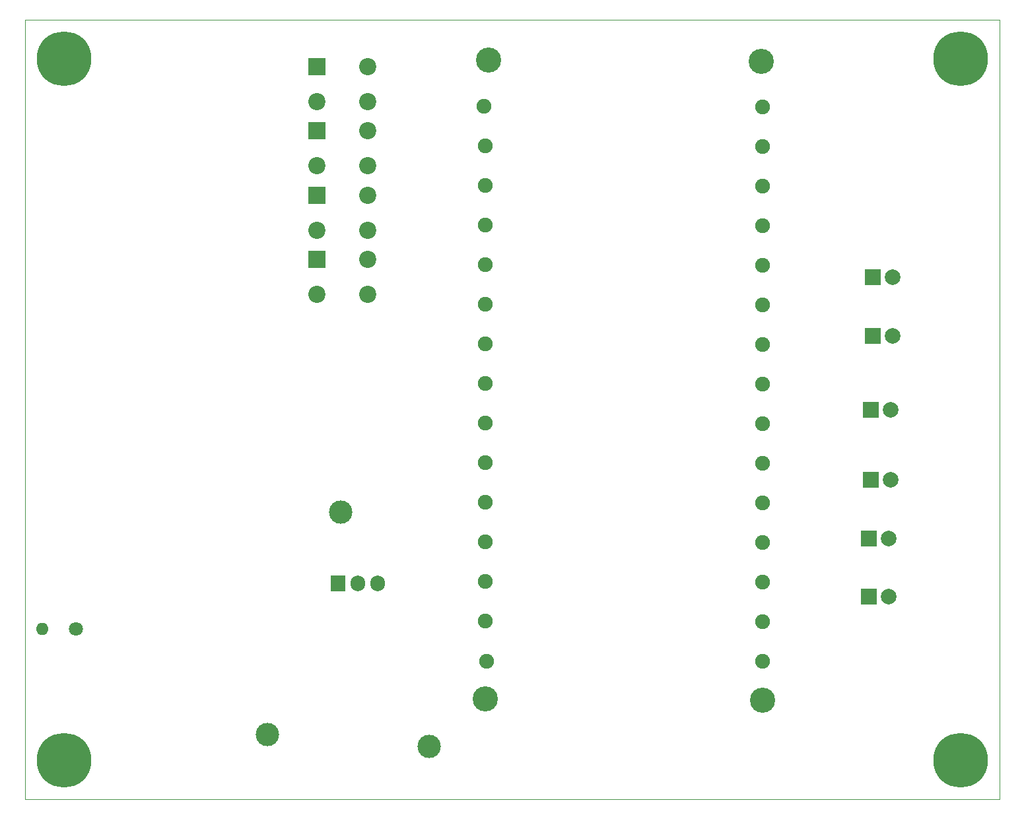
<source format=gbr>
%TF.GenerationSoftware,KiCad,Pcbnew,7.0.5*%
%TF.CreationDate,2024-05-19T08:19:49-04:00*%
%TF.ProjectId,homeWork2,686f6d65-576f-4726-9b32-2e6b69636164,V2*%
%TF.SameCoordinates,Original*%
%TF.FileFunction,Soldermask,Bot*%
%TF.FilePolarity,Negative*%
%FSLAX46Y46*%
G04 Gerber Fmt 4.6, Leading zero omitted, Abs format (unit mm)*
G04 Created by KiCad (PCBNEW 7.0.5) date 2024-05-19 08:19:49*
%MOMM*%
%LPD*%
G01*
G04 APERTURE LIST*
%ADD10R,2.000000X2.000000*%
%ADD11C,2.000000*%
%ADD12R,2.200000X2.200000*%
%ADD13C,2.200000*%
%ADD14C,0.800000*%
%ADD15C,7.000000*%
%ADD16C,3.228898*%
%ADD17C,1.900000*%
%ADD18C,3.000000*%
%ADD19O,1.600000X1.600000*%
%ADD20C,1.800000*%
%ADD21R,1.905000X2.000000*%
%ADD22O,1.905000X2.000000*%
%TA.AperFunction,Profile*%
%ADD23C,0.100000*%
%TD*%
G04 APERTURE END LIST*
D10*
%TO.C,D6-lostSock1*%
X158770000Y-83000000D03*
D11*
X161310000Y-83000000D03*
%TD*%
D12*
%TO.C,S2-RepeatCalculation1*%
X87441500Y-64208000D03*
D13*
X93941500Y-64208000D03*
X87441500Y-68708000D03*
X93941500Y-68708000D03*
%TD*%
D14*
%TO.C,H1*%
X52375000Y-55000000D03*
X53143845Y-53143845D03*
X53143845Y-56856155D03*
X55000000Y-52375000D03*
D15*
X55000000Y-55000000D03*
D14*
X55000000Y-57625000D03*
X56856155Y-53143845D03*
X56856155Y-56856155D03*
X57625000Y-55000000D03*
%TD*%
D16*
%TO.C,ESP1*%
X109071500Y-137124600D03*
X109477900Y-55133400D03*
X144428300Y-55285800D03*
X144580700Y-137226200D03*
D17*
X109210700Y-132277000D03*
X109020700Y-127117000D03*
X109020700Y-122037000D03*
X109020700Y-116957000D03*
X109020700Y-111877000D03*
X109020700Y-106797000D03*
X109020700Y-101717000D03*
X109020700Y-96637000D03*
X109020700Y-91557000D03*
X109020700Y-86477000D03*
X109020700Y-81397000D03*
X109020700Y-76317000D03*
X109020700Y-71237000D03*
X109020700Y-66157000D03*
X108919100Y-61077000D03*
X144580700Y-61178600D03*
X144580700Y-66258600D03*
X144580700Y-71338600D03*
X144580700Y-76418600D03*
X144580700Y-81498600D03*
X144580700Y-86578600D03*
X144580700Y-91658600D03*
X144580700Y-96738600D03*
X144580700Y-101818600D03*
X144580700Y-106898600D03*
X144580700Y-111978600D03*
X144580700Y-117058600D03*
X144580700Y-122138600D03*
X144580700Y-127218600D03*
X144580700Y-132298600D03*
%TD*%
D18*
%TO.C,TP2*%
X90500000Y-113150000D03*
%TD*%
D14*
%TO.C,H2*%
X52375000Y-145000000D03*
X53143845Y-143143845D03*
X53143845Y-146856155D03*
X55000000Y-142375000D03*
D15*
X55000000Y-145000000D03*
D14*
X55000000Y-147625000D03*
X56856155Y-143143845D03*
X56856155Y-146856155D03*
X57625000Y-145000000D03*
%TD*%
%TO.C,H4*%
X167375000Y-145000000D03*
X168143845Y-143143845D03*
X168143845Y-146856155D03*
X170000000Y-142375000D03*
D15*
X170000000Y-145000000D03*
D14*
X170000000Y-147625000D03*
X171856155Y-143143845D03*
X171856155Y-146856155D03*
X172625000Y-145000000D03*
%TD*%
D10*
%TO.C,D3-babyCrying1*%
X158460000Y-109000000D03*
D11*
X161000000Y-109000000D03*
%TD*%
D12*
%TO.C,S1-morseCodeDanger1*%
X87441500Y-55958000D03*
D13*
X93941500Y-55958000D03*
X87441500Y-60458000D03*
X93941500Y-60458000D03*
%TD*%
D10*
%TO.C,D5-mute1*%
X158230000Y-124000000D03*
D11*
X160770000Y-124000000D03*
%TD*%
D18*
%TO.C,TP3*%
X101850000Y-143150000D03*
%TD*%
D12*
%TO.C,S3-muteFiveMin1*%
X87441500Y-72458000D03*
D13*
X93941500Y-72458000D03*
X87441500Y-76958000D03*
X93941500Y-76958000D03*
%TD*%
D10*
%TO.C,D4-coldFood1*%
X158230000Y-116500000D03*
D11*
X160770000Y-116500000D03*
%TD*%
D19*
%TO.C,J1*%
X52200000Y-128150000D03*
D20*
X56600000Y-128150000D03*
%TD*%
D10*
%TO.C,D7-unstableGround1*%
X158770000Y-90500000D03*
D11*
X161310000Y-90500000D03*
%TD*%
D21*
%TO.C,U1*%
X90160000Y-122245000D03*
D22*
X92700000Y-122245000D03*
X95240000Y-122245000D03*
%TD*%
D12*
%TO.C,S4-SendEmergMessage1*%
X87441500Y-80708000D03*
D13*
X93941500Y-80708000D03*
X87441500Y-85208000D03*
X93941500Y-85208000D03*
%TD*%
D10*
%TO.C,D8-highBloodPreasure1*%
X158500000Y-100000000D03*
D11*
X161040000Y-100000000D03*
%TD*%
D18*
%TO.C,TP1*%
X81100000Y-141650000D03*
%TD*%
D14*
%TO.C,H3*%
X167375000Y-55000000D03*
X168143845Y-53143845D03*
X168143845Y-56856155D03*
X170000000Y-52375000D03*
D15*
X170000000Y-55000000D03*
D14*
X170000000Y-57625000D03*
X171856155Y-53143845D03*
X171856155Y-56856155D03*
X172625000Y-55000000D03*
%TD*%
D23*
X50000000Y-50000000D02*
X175000000Y-50000000D01*
X175000000Y-149950000D01*
X50000000Y-149950000D01*
X50000000Y-50000000D01*
M02*

</source>
